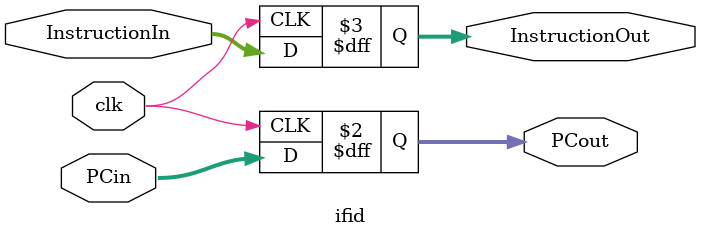
<source format=v>
module ifid( PCout, InstructionOut, clk, PCin, InstructionIn );
	output reg [31:0] PCout, InstructionOut;
	input[31:0] PCin, InstructionIn;
	input clk;

	always@(posedge clk) begin
		PCout <= PCin;
		InstructionOut <= InstructionIn;
	end
endmodule

</source>
